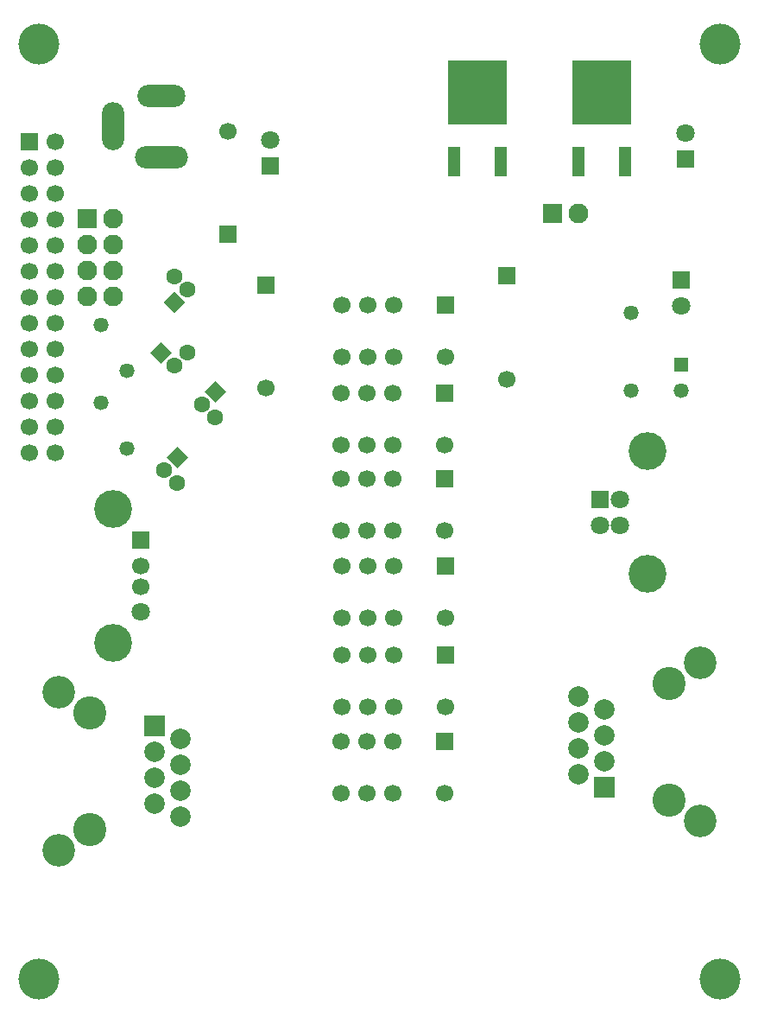
<source format=gbr>
G04 DipTrace 2.4.0.2*
%INTopMask.gbr*%
%MOMM*%
%ADD36C,1.6*%
%ADD42R,1.8X1.8*%
%ADD43C,1.8*%
%ADD55C,4.0*%
%ADD56C,3.25*%
%ADD64C,1.47*%
%ADD66C,1.95*%
%ADD68R,1.95X1.95*%
%ADD70O,2.2X4.7*%
%ADD72O,5.2X2.2*%
%ADD74O,4.7X2.2*%
%ADD76C,3.7*%
%ADD79C,3.2*%
%ADD81C,2.0*%
%ADD82R,2.0X2.0*%
%ADD83R,1.47X1.47*%
%ADD85C,1.47*%
%ADD87C,1.7*%
%ADD89R,1.7X1.7*%
%ADD93C,1.8*%
%ADD95R,5.75X6.35*%
%ADD97R,1.2X2.95*%
%FSLAX53Y53*%
G04*
G71*
G90*
G75*
G01*
%LNTopMask*%
%LPD*%
D97*
X56500Y84050D3*
X61060D3*
D95*
X58780Y90750D3*
D97*
X44350Y84050D3*
X48910D3*
D95*
X46630Y90750D3*
D42*
X26250Y83550D3*
D93*
Y86090D3*
D42*
X66570Y72420D3*
D93*
Y69880D3*
D42*
X67050Y84250D3*
D93*
Y86790D3*
D89*
X22100Y76900D3*
D87*
Y87000D3*
D85*
X66550Y61550D3*
D83*
Y64090D3*
D89*
X49450Y72800D3*
D87*
Y62700D3*
D89*
X25900Y71900D3*
D87*
Y61800D3*
D55*
X70407Y95500D3*
X70400Y3907D3*
X3560Y3910D3*
X3557Y95503D3*
D82*
X59050Y22700D3*
D81*
X56510Y23970D3*
X59050Y25240D3*
X56510Y26510D3*
X59050Y27780D3*
X56510Y29050D3*
X59050Y30320D3*
X56510Y31590D3*
D79*
X68450Y19400D3*
Y34890D3*
D56*
X65400Y21430D3*
Y32860D3*
D42*
X58600Y50900D3*
D43*
Y48400D3*
X60600D3*
Y50900D3*
D76*
X63310Y43630D3*
Y55670D3*
D42*
X13600Y46900D3*
D87*
Y44400D3*
Y42400D3*
D43*
Y39900D3*
D76*
X10890Y49970D3*
Y36830D3*
D74*
X15600Y90450D3*
D72*
Y84450D3*
D70*
X10900Y87450D3*
D68*
X8300Y78400D3*
D66*
Y75860D3*
Y73320D3*
Y70780D3*
X10840D3*
Y73320D3*
Y75860D3*
Y78400D3*
D68*
X53950Y78950D3*
D66*
X56490D3*
D82*
X14950Y28700D3*
D81*
X17490Y27430D3*
X14950Y26160D3*
X17490Y24890D3*
X14950Y23620D3*
X17490Y22350D3*
X14950Y21080D3*
X17490Y19810D3*
D79*
X5550Y32000D3*
Y16510D3*
D56*
X8600Y29970D3*
Y18540D3*
D89*
X43400Y27200D3*
D87*
X38320D3*
X35780D3*
X33240D3*
Y22120D3*
X35780D3*
X38320D3*
X43400D3*
D89*
X43450Y35700D3*
D87*
X38370D3*
X35830D3*
X33290D3*
Y30620D3*
X35830D3*
X38370D3*
X43450D3*
D89*
Y44350D3*
D87*
X38370D3*
X35830D3*
X33290D3*
Y39270D3*
X35830D3*
X38370D3*
X43450D3*
D89*
X43400Y52900D3*
D87*
X38320D3*
X35780D3*
X33240D3*
Y47820D3*
X35780D3*
X38320D3*
X43400D3*
D89*
X43350Y61350D3*
D87*
X38270D3*
X35730D3*
X33190D3*
Y56270D3*
X35730D3*
X38270D3*
X43350D3*
D89*
X43450Y69950D3*
D87*
X38370D3*
X35830D3*
X33290D3*
Y64870D3*
X35830D3*
X38370D3*
X43450D3*
D36*
X17177Y52483D3*
X15907Y53753D3*
G36*
X16135Y55023D2*
X17177Y56065D1*
X18218Y55023D1*
X17177Y53982D1*
X16135Y55023D1*
G37*
D36*
X16877Y72790D3*
X18147Y71520D3*
G36*
X17918Y70250D2*
X16877Y69209D1*
X15835Y70250D1*
X16877Y71291D1*
X17918Y70250D1*
G37*
D36*
X20893Y58923D3*
X19623Y60193D3*
G36*
X19852Y61463D2*
X20893Y62505D1*
X21935Y61463D1*
X20893Y60422D1*
X19852Y61463D1*
G37*
D36*
X18130Y65277D3*
X16860Y64007D3*
G36*
X15590Y64235D2*
X14549Y65277D1*
X15590Y66318D1*
X16631Y65277D1*
X15590Y64235D1*
G37*
D85*
X61650Y69200D3*
D64*
Y61580D3*
D85*
X12200Y55900D3*
D64*
Y63520D3*
D85*
X9650Y68000D3*
D64*
Y60380D3*
D89*
X2700Y85950D3*
D87*
Y83410D3*
Y80870D3*
Y78330D3*
Y75790D3*
Y73250D3*
Y70710D3*
Y68170D3*
Y65630D3*
Y63090D3*
Y60550D3*
Y58010D3*
Y55470D3*
X5240Y85950D3*
Y83410D3*
Y80870D3*
Y78330D3*
Y75790D3*
Y73250D3*
Y70710D3*
Y68170D3*
Y65630D3*
Y63090D3*
Y60550D3*
Y58010D3*
Y55470D3*
M02*

</source>
